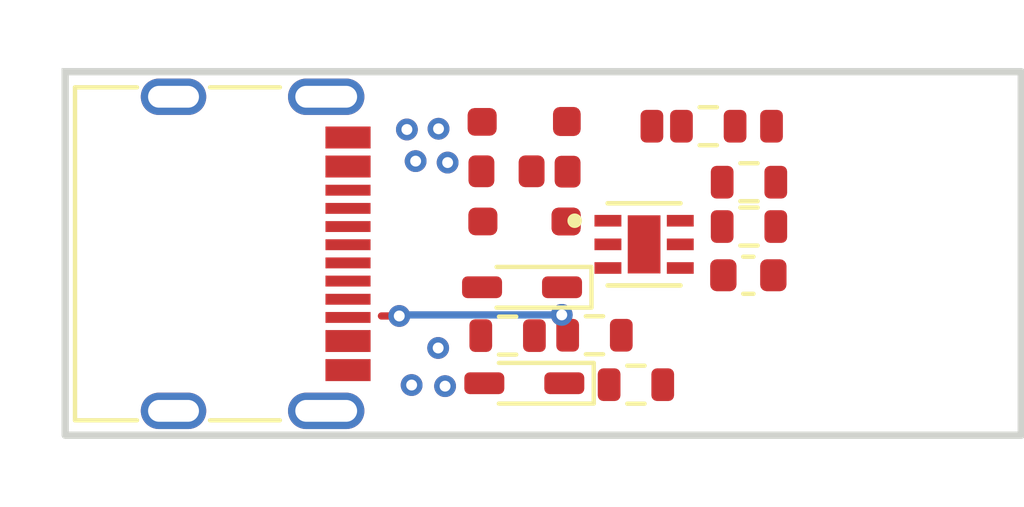
<source format=kicad_pcb>
(kicad_pcb (version 20240108) (generator "pcbnew") (generator_version "8.0")
  (layers (0 "F.Cu" signal) (31 "B.Cu" signal) (34 "B.Paste" user) (35 "F.Paste" user) (36 "B.SilkS" user "B.Silkscreen") (37 "F.SilkS" user "F.Silkscreen") (38 "B.Mask" user) (39 "F.Mask" user) (44 "Edge.Cuts" user))
  (net 0 "")
  (net 7 "Net-(J1-GND-PadA1)")
  (net 11 "Net-(J1-VBUS-PadA4)")
  (footprint "Connector_USB:USB_C_Receptacle_G-Switch_GT-USB-7010ASV" (layer "F.Cu") (at 154.055 105.01 -90)
    (property "Reference" "J1" (hide yes))
    (property "Value" "USB_C_Receptacle")
    (fp_line (start -4.58 3.785) (end -4.58 2.08) (stroke (width 0.12)) (layer "F.SilkS"))
    (fp_line (start 4.58 3.785) (end -4.58 3.785) (stroke (width 0.12)) (layer "F.SilkS"))
    (fp_line (start 4.58 2.08) (end 4.58 3.785) (stroke (width 0.12)) (layer "F.SilkS"))
    (fp_line (start 4.58 0.07) (end 4.58 -1.85) (stroke (width 0.12)) (layer "F.SilkS"))
    (fp_line (start -4.58 -1.85) (end -4.58 0.07) (stroke (width 0.12)) (layer "F.SilkS"))
    (pad "" np_thru_hole circle (at -2.89 -2.605 270) (size 0.65 0.65) (drill 0.65) (layers "*.Cu" "*.Mask"))
    (pad "" np_thru_hole circle (at 2.89 -2.605 270) (size 0.65 0.65) (drill 0.65) (layers "*.Cu" "*.Mask"))
    (pad "A1" smd rect (at -3.2 -3.725 270) (size 0.6 1.24) (layers "F.Cu" "F.Paste" "F.Mask") (net 7 "Net-(J1-GND-PadA1)"))
    (pad "A4" smd rect (at -2.4 -3.725 270) (size 0.6 1.24) (layers "F.Cu" "F.Paste" "F.Mask") (net 11 "Net-(J1-VBUS-PadA4)"))
    (pad "A5" smd rect (at -1.25 -3.725 270) (size 0.3 1.24) (layers "F.Cu" "F.Paste" "F.Mask"))
    (pad "A6" smd rect (at -0.25 -3.725 270) (size 0.3 1.24) (layers "F.Cu" "F.Paste" "F.Mask"))
    (pad "A7" smd rect (at 0.25 -3.725 270) (size 0.3 1.24) (layers "F.Cu" "F.Paste" "F.Mask"))
    (pad "A8" smd rect (at 1.25 -3.725 270) (size 0.3 1.24) (layers "F.Cu" "F.Paste" "F.Mask"))
    (pad "A9" smd rect (at 2.4 -3.725 270) (size 0.6 1.24) (layers "F.Cu" "F.Paste" "F.Mask") (net 11 "Net-(J1-VBUS-PadA4)"))
    (pad "A12" smd rect (at 3.2 -3.725 270) (size 0.6 1.24) (layers "F.Cu" "F.Paste" "F.Mask") (net 7 "Net-(J1-GND-PadA1)"))
    (pad "B1" smd rect (at 3.2 -3.725 270) (size 0.6 1.24) (layers "F.Cu" "F.Paste" "F.Mask") (net 7 "Net-(J1-GND-PadA1)"))
    (pad "B4" smd rect (at 2.4 -3.725 270) (size 0.6 1.24) (layers "F.Cu" "F.Paste" "F.Mask") (net 11 "Net-(J1-VBUS-PadA4)"))
    (pad "B5" smd rect (at 1.75 -3.725 270) (size 0.3 1.24) (layers "F.Cu" "F.Paste" "F.Mask"))
    (pad "B6" smd rect (at 0.75 -3.725 270) (size 0.3 1.24) (layers "F.Cu" "F.Paste" "F.Mask"))
    (pad "B7" smd rect (at -0.75 -3.725 270) (size 0.3 1.24) (layers "F.Cu" "F.Paste" "F.Mask"))
    (pad "B8" smd rect (at -1.75 -3.725 270) (size 0.3 1.24) (layers "F.Cu" "F.Paste" "F.Mask"))
    (pad "B9" smd rect (at -2.4 -3.725 270) (size 0.6 1.24) (layers "F.Cu" "F.Paste" "F.Mask") (net 11 "Net-(J1-VBUS-PadA4)"))
    (pad "B12" smd rect (at -3.2 -3.725 270) (size 0.6 1.24) (layers "F.Cu" "F.Paste" "F.Mask") (net 7 "Net-(J1-GND-PadA1)"))
    (pad "S1" thru_hole oval (at -4.32 -3.125 270) (size 1 2.1) (drill oval 0.6 1.7) (property pad_prop_heatsink) (layers "*.Cu" "*.Mask"))
    (pad "S1" thru_hole oval (at -4.32 1.075 270) (size 1 1.8) (drill oval 0.6 1.4) (property pad_prop_heatsink) (layers "*.Cu" "*.Mask"))
    (pad "S1" thru_hole oval (at 4.32 -3.125 270) (size 1 2.1) (drill oval 0.6 1.7) (property pad_prop_heatsink) (layers "*.Cu" "*.Mask"))
    (pad "S1" thru_hole oval (at 4.32 1.075 270) (size 1 1.8) (drill oval 0.6 1.4) (property pad_prop_heatsink) (layers "*.Cu" "*.Mask"))
  )
  (footprint "trigger:SON65P200X200X80-7N" (layer "F.Cu") (at 165.925 104.75)
    (property "Reference" "U1" (hide yes))
    (property "Value" "~" (hide yes))
    (fp_line (start -1 -1.13) (end 1 -1.13) (stroke (width 0.127)) (layer "F.SilkS"))
    (fp_line (start -1 1.13) (end 1 1.13) (stroke (width 0.127)) (layer "F.SilkS"))
    (fp_circle (center -1.91 -0.65) (end -1.81 -0.65) (stroke (width 0.2)) (fill none) (layer "F.SilkS"))
    (pad "1" smd rect (at -0.995 -0.65) (size 0.74 0.32) (layers "F.Cu" "F.Paste"))
    (pad "2" smd rect (at -0.995 0) (size 0.74 0.32) (layers "F.Cu" "F.Paste"))
    (pad "3" smd rect (at -0.995 0.65) (size 0.74 0.32) (layers "F.Cu" "F.Paste"))
    (pad "4" smd rect (at 0.995 0.65) (size 0.74 0.32) (layers "F.Cu" "F.Paste"))
    (pad "5" smd rect (at 0.995 0) (size 0.74 0.32) (layers "F.Cu" "F.Paste"))
    (pad "6" smd rect (at 0.995 -0.65) (size 0.74 0.32) (layers "F.Cu" "F.Paste"))
    (pad "7" smd rect (at 0 0) (size 0.9 1.6) (layers "F.Cu"))
  )
  (footprint "" (layer "F.Cu") (at 161.44 104.18875 90)
    (property "Reference" "" (at 0 0 90) (layer "F.SilkS") (effects (font (size 1.27 1.27))))
    (property "Value" "")
    (pad "1" smd roundrect (at 0.06875 0.05 90) (size 0.7625 0.8) (layers "F.Cu" "F.Paste" "F.Mask"))
  )
  (footprint "" (layer "F.Cu") (at 161.42 101.44875 90)
    (property "Reference" "" (at 0 0 90) (layer "F.SilkS") (effects (font (size 1.27 1.27))))
    (property "Value" "")
    (pad "1" smd roundrect (at 0.06875 0.05 90) (size 0.7625 0.8) (layers "F.Cu" "F.Paste" "F.Mask"))
  )
  (footprint "" (layer "F.Cu") (at 163.77625 102.7375)
    (property "Reference" "" (at 0 0 0) (layer "F.SilkS") (effects (font (size 1.27 1.27))))
    (property "Value" "")
    (pad "1" smd roundrect (at 0.04375 0.0125) (size 0.7125 0.875) (layers "F.Cu" "F.Paste" "F.Mask"))
  )
  (footprint "" (layer "F.Cu") (at 166.14 101.5)
    (property "Reference" "" (at 0 0 0) (layer "F.SilkS") (effects (font (size 1.27 1.27))))
    (property "Value" "")
    (pad "1" smd roundrect (at 0 0) (size 0.625 0.9) (layers "F.Cu" "F.Paste" "F.Mask"))
  )
  (footprint "Resistor_SMD:R_0603_1608Metric" (layer "F.Cu") (at 168.81 103.04)
    (property "Reference" "REF**" (hide yes))
    (property "Value" "R_0603_1608Metric" (hide yes))
    (fp_line (start -0.237258 -0.5225) (end 0.237258 -0.5225) (stroke (width 0.12)) (layer "F.SilkS"))
    (fp_line (start -0.237258 0.5225) (end 0.237258 0.5225) (stroke (width 0.12)) (layer "F.SilkS"))
    (pad "1" smd roundrect (at -0.7375 0) (size 0.625 0.9) (layers "F.Cu" "F.Paste" "F.Mask"))
    (pad "2" smd roundrect (at 0.7375 0) (size 0.625 0.9) (layers "F.Cu" "F.Paste" "F.Mask"))
  )
  (footprint "Diode_SMD:D_SC-80_HandSoldering" (layer "F.Cu") (at 162.5675 105.93 180)
    (property "Reference" "REF**" (hide yes))
    (property "Value" "D_SC-80_HandSoldering" (hide yes))
    (fp_line (start -1.91 0.56) (end 0.7 0.56) (stroke (width 0.12)) (layer "F.SilkS"))
    (fp_line (start -1.91 -0.55) (end -1.91 0.55) (stroke (width 0.12)) (layer "F.SilkS"))
    (fp_line (start -1.91 -0.56) (end 0.7 -0.56) (stroke (width 0.12)) (layer "F.SilkS"))
    (pad "1" smd roundrect (at -1.1 0 180) (size 1.1 0.6) (layers "F.Cu" "F.Paste" "F.Mask"))
    (pad "2" smd roundrect (at 1.1 0 180) (size 1.1 0.6) (layers "F.Cu" "F.Paste" "F.Mask"))
  )
  (footprint "Resistor_SMD:R_0603_1608Metric" (layer "F.Cu") (at 165.7 108.61)
    (property "Reference" "REF**" (hide yes))
    (property "Value" "R_0603_1608Metric" (hide yes))
    (fp_line (start -0.237258 -0.5225) (end 0.237258 -0.5225) (stroke (width 0.12)) (layer "F.SilkS"))
    (fp_line (start -0.237258 0.5225) (end 0.237258 0.5225) (stroke (width 0.12)) (layer "F.SilkS"))
    (pad "1" smd roundrect (at -0.7375 0) (size 0.625 0.9) (layers "F.Cu" "F.Paste" "F.Mask"))
    (pad "2" smd roundrect (at 0.7375 0) (size 0.625 0.9) (layers "F.Cu" "F.Paste" "F.Mask"))
  )
  (footprint "" (layer "F.Cu") (at 162.78625 102.7275)
    (property "Reference" "" (at 0 0 0) (layer "F.SilkS") (effects (font (size 1.27 1.27))))
    (property "Value" "")
    (pad "1" smd roundrect (at 0.04375 0.0125) (size 0.7125 0.875) (layers "F.Cu" "F.Paste" "F.Mask"))
  )
  (footprint "Diode_SMD:D_SC-80_HandSoldering" (layer "F.Cu") (at 162.63 108.57 180)
    (property "Reference" "REF**" (hide yes))
    (property "Value" "D_SC-80_HandSoldering" (hide yes))
    (fp_line (start -1.91 0.56) (end 0.7 0.56) (stroke (width 0.12)) (layer "F.SilkS"))
    (fp_line (start -1.91 -0.55) (end -1.91 0.55) (stroke (width 0.12)) (layer "F.SilkS"))
    (fp_line (start -1.91 -0.56) (end 0.7 -0.56) (stroke (width 0.12)) (layer "F.SilkS"))
    (pad "1" smd roundrect (at -1.1 0 180) (size 1.1 0.6) (layers "F.Cu" "F.Paste" "F.Mask"))
    (pad "2" smd roundrect (at 1.1 0 180) (size 1.1 0.6) (layers "F.Cu" "F.Paste" "F.Mask"))
  )
  (footprint "" (layer "F.Cu") (at 169.43 101.5)
    (property "Reference" "" (at 0 0 0) (layer "F.SilkS") (effects (font (size 1.27 1.27))))
    (property "Value" "")
    (pad "1" smd roundrect (at 0 0) (size 0.625 0.9) (layers "F.Cu" "F.Paste" "F.Mask"))
  )
  (footprint "Capacitor_SMD:C_0603_1608Metric" (layer "F.Cu") (at 168.7925 105.6)
    (property "Reference" "REF**" (hide yes))
    (property "Value" "C_0603_1608Metric" (hide yes))
    (fp_line (start -0.14058 -0.51) (end 0.14058 -0.51) (stroke (width 0.12)) (layer "F.SilkS"))
    (fp_line (start -0.14058 0.51) (end 0.14058 0.51) (stroke (width 0.12)) (layer "F.SilkS"))
    (pad "1" smd roundrect (at -0.6875 0) (size 0.725 0.88) (layers "F.Cu" "F.Paste" "F.Mask"))
    (pad "2" smd roundrect (at 0.6875 0) (size 0.725 0.88) (layers "F.Cu" "F.Paste" "F.Mask"))
  )
  (footprint "" (layer "F.Cu") (at 163.73 104.19 90)
    (property "Reference" "" (at 0 0 90) (layer "F.SilkS") (effects (font (size 1.27 1.27))))
    (property "Value" "")
    (pad "1" smd roundrect (at 0.06875 0.05 90) (size 0.7625 0.8) (layers "F.Cu" "F.Paste" "F.Mask"))
  )
  (footprint "" (layer "F.Cu") (at 161.40625 102.7275)
    (property "Reference" "" (at 0 0 0) (layer "F.SilkS") (effects (font (size 1.27 1.27))))
    (property "Value" "")
    (pad "1" smd roundrect (at 0.04375 0.0125) (size 0.7125 0.875) (layers "F.Cu" "F.Paste" "F.Mask"))
  )
  (footprint "Resistor_SMD:R_0603_1608Metric" (layer "F.Cu") (at 167.69 101.5)
    (property "Reference" "REF**" (hide yes))
    (property "Value" "R_0603_1608Metric" (hide yes))
    (fp_line (start -0.237258 -0.5225) (end 0.237258 -0.5225) (stroke (width 0.12)) (layer "F.SilkS"))
    (fp_line (start -0.237258 0.5225) (end 0.237258 0.5225) (stroke (width 0.12)) (layer "F.SilkS"))
    (pad "1" smd roundrect (at -0.7375 0) (size 0.625 0.9) (layers "F.Cu" "F.Paste" "F.Mask"))
    (pad "2" smd roundrect (at 0.7375 0) (size 0.625 0.9) (layers "F.Cu" "F.Paste" "F.Mask"))
  )
  (footprint "Resistor_SMD:R_0603_1608Metric" (layer "F.Cu") (at 162.17 107.26)
    (property "Reference" "REF**" (hide yes))
    (property "Value" "R_0603_1608Metric" (hide yes))
    (fp_line (start -0.237258 -0.5225) (end 0.237258 -0.5225) (stroke (width 0.12)) (layer "F.SilkS"))
    (fp_line (start -0.237258 0.5225) (end 0.237258 0.5225) (stroke (width 0.12)) (layer "F.SilkS"))
    (pad "1" smd roundrect (at -0.7375 0) (size 0.625 0.9) (layers "F.Cu" "F.Paste" "F.Mask"))
    (pad "2" smd roundrect (at 0.7375 0) (size 0.625 0.9) (layers "F.Cu" "F.Paste" "F.Mask"))
  )
  (footprint "" (layer "F.Cu") (at 163.78 104.12125)
    (property "Reference" "" (at 0 0 0) (layer "F.SilkS") (effects (font (size 1.27 1.27))))
    (property "Value" "")
    (pad "1" smd roundrect (at 0 0 90) (size 0.7625 0.8) (layers "F.Cu" "F.Paste" "F.Mask"))
  )
  (footprint "Resistor_SMD:R_0603_1608Metric" (layer "F.Cu") (at 168.81 104.26)
    (property "Reference" "REF**" (hide yes))
    (property "Value" "R_0603_1608Metric" (hide yes))
    (fp_line (start -0.237258 -0.5225) (end 0.237258 -0.5225) (stroke (width 0.12)) (layer "F.SilkS"))
    (fp_line (start -0.237258 0.5225) (end 0.237258 0.5225) (stroke (width 0.12)) (layer "F.SilkS"))
    (pad "1" smd roundrect (at -0.7375 0) (size 0.625 0.9) (layers "F.Cu" "F.Paste" "F.Mask"))
    (pad "2" smd roundrect (at 0.7375 0) (size 0.625 0.9) (layers "F.Cu" "F.Paste" "F.Mask"))
  )
  (footprint "" (layer "F.Cu") (at 163.73125 101.32)
    (property "Reference" "" (at 0 0 0) (layer "F.SilkS") (effects (font (size 1.27 1.27))))
    (property "Value" "")
    (pad "1" smd roundrect (at 0.06875 0.05) (size 0.7625 0.8) (layers "F.Cu" "F.Paste" "F.Mask"))
  )
  (footprint "Resistor_SMD:R_0603_1608Metric" (layer "F.Cu") (at 164.56 107.25)
    (property "Reference" "REF**" (hide yes))
    (property "Value" "R_0603_1608Metric" (hide yes))
    (fp_line (start -0.237258 -0.5225) (end 0.237258 -0.5225) (stroke (width 0.12)) (layer "F.SilkS"))
    (fp_line (start -0.237258 0.5225) (end 0.237258 0.5225) (stroke (width 0.12)) (layer "F.SilkS"))
    (pad "1" smd roundrect (at -0.7375 0) (size 0.625 0.9) (layers "F.Cu" "F.Paste" "F.Mask"))
    (pad "2" smd roundrect (at 0.7375 0) (size 0.625 0.9) (layers "F.Cu" "F.Paste" "F.Mask"))
  )
  (gr_rect (start 150 100) (end 176.3 110) (stroke (width 0.2)) (fill none) (layer "Edge.Cuts"))
  (segment (start 163.8225 106.8525) (end 163.66 106.69) (width 0.2) (layer "F.Cu") (net 0))
  (segment (start 159.19 106.72) (end 158.7 106.72) (width 0.2) (layer "F.Cu") (net 0))
  (segment (start 163.8225 107.25) (end 163.8225 106.8525) (width 0.2) (layer "F.Cu") (net 0))
  (via (at 160.52 102.5) (size 0.6) (drill 0.3) (layers "F.Cu" "B.Cu") (net 0))
  (via (at 160.45 108.65) (size 0.6) (drill 0.3) (layers "F.Cu" "B.Cu") (net 0))
  (via (at 163.66 106.69) (size 0.6) (drill 0.3) (layers "F.Cu" "B.Cu") (net 0))
  (via (at 160.27 101.57) (size 0.6) (drill 0.3) (layers "F.Cu" "B.Cu") (net 0))
  (via (at 159.64 102.46) (size 0.6) (drill 0.3) (layers "F.Cu" "B.Cu") (net 0))
  (via (at 159.4 101.59) (size 0.6) (drill 0.3) (layers "F.Cu" "B.Cu") (net 0))
  (via (at 160.26 107.6) (size 0.6) (drill 0.3) (layers "F.Cu" "B.Cu") (net 0))
  (via (at 159.19 106.72) (size 0.6) (drill 0.3) (layers "F.Cu" "B.Cu") (net 0))
  (via (at 159.53 108.62) (size 0.6) (drill 0.3) (layers "F.Cu" "B.Cu") (net 0))
  (segment (start 159.22 106.69) (end 159.19 106.72) (width 0.2) (layer "B.Cu") (net 0))
  (segment (start 163.66 106.69) (end 159.22 106.69) (width 0.2) (layer "B.Cu") (net 0))
)
</source>
